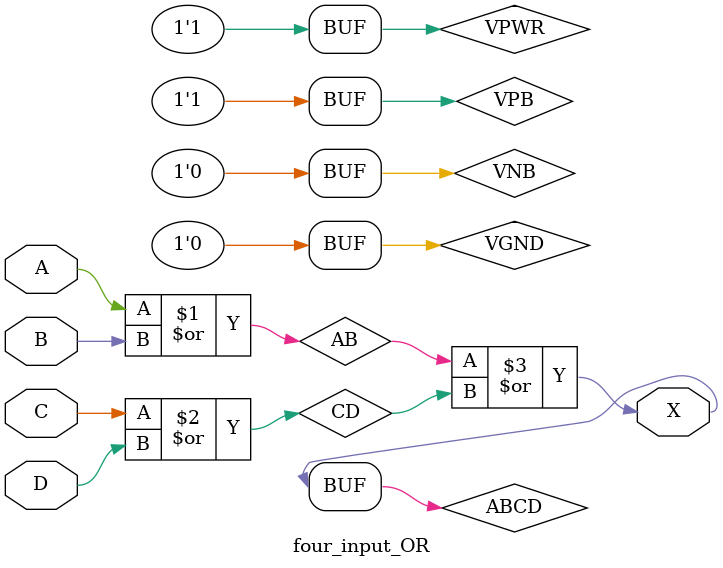
<source format=v>

module four_input_OR (
    X,
    A,
    B,
    C,
    D
);

    output X;
    input  A;
    input  B;
    input  C;
    input  D;

    // Voltage supply signals
    supply1 VPWR;
    supply0 VGND;
    supply1 VPB ;
    supply0 VNB ;

    wire AB, CD, ABCD;

    // Implement OR operation using combinational logic
    assign AB = A | B;
    assign CD = C | D;
    assign ABCD = AB | CD;
    assign X = ABCD;

endmodule

</source>
